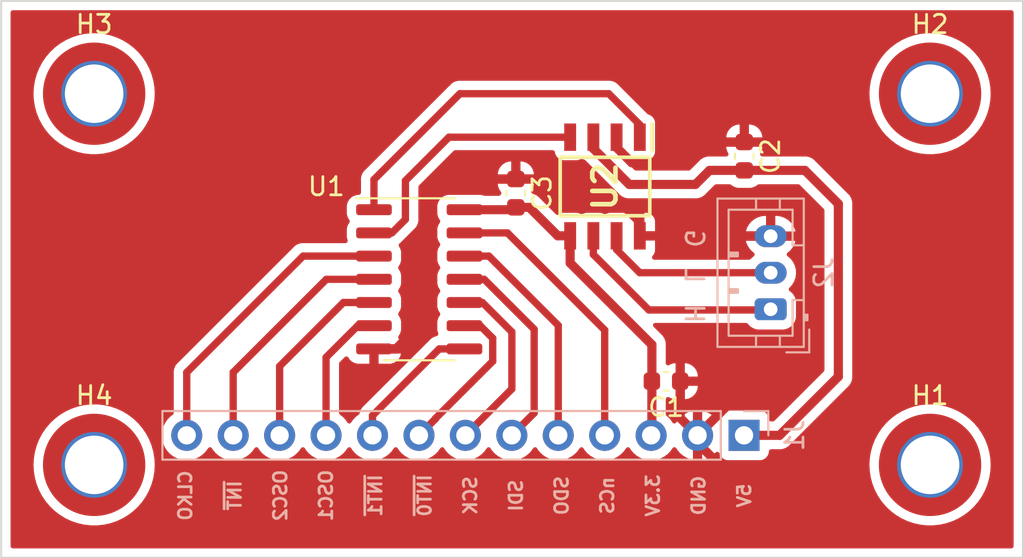
<source format=kicad_pcb>
(kicad_pcb (version 20211014) (generator pcbnew)
  (layers (0 "F.Cu" signal) (31 "B.Cu" signal) (34 "B.Paste" user) (35 "F.Paste" user) (36 "B.SilkS" user "B.Silkscreen") (37 "F.SilkS" user "F.Silkscreen") (38 "B.Mask" user) (39 "F.Mask" user) (44 "Edge.Cuts" user))
  (net 0 "")
  (net 1 "/CAN_TX")
  (net 2 "GND")
  (net 3 "+5V")
  (net 4 "/CAN_RX")
  (net 5 "+3.3V")
  (net 6 "/CANH")
  (net 7 "/CANL")
  (net 8 "/SDI")
  (net 9 "/SDO")
  (net 10 "/nCS")
  (net 11 "/SCK")
  (net 12 "/CLKO")
  (net 13 "/OSC2")
  (net 14 "/OSC1")
  (net 15 "/~{INT1}")
  (net 16 "/~{INT0}")
  (net 17 "/~{INT}")
  (footprint "Package_SO:SOIC-14_3.9x8.7mm_P1.27mm" (layer "F.Cu") (at 121.92 73.66)
    (fp_text reference "U1" (at -5.08 -5.08) (layer "F.SilkS"))
    (fp_text value "MCP2517FD-xSL")
    (fp_line (start 0 4.435) (end -1.95 4.435) (layer "F.SilkS") (width 0.12))
    (fp_line (start 0 4.435) (end 1.95 4.435) (layer "F.SilkS") (width 0.12))
    (fp_line (start 0 -4.435) (end -3.45 -4.435) (layer "F.SilkS") (width 0.12))
    (fp_line (start 0 -4.435) (end 1.95 -4.435) (layer "F.SilkS") (width 0.12))
    (pad "1" smd roundrect (at -2.475 -3.81) (size 1.95 0.6) (layers "F.Cu" "F.Paste" "F.Mask") (net 1 "/CAN_TX"))
    (pad "2" smd roundrect (at -2.475 -2.54) (size 1.95 0.6) (layers "F.Cu" "F.Paste" "F.Mask") (net 4 "/CAN_RX"))
    (pad "3" smd roundrect (at -2.475 -1.27) (size 1.95 0.6) (layers "F.Cu" "F.Paste" "F.Mask") (net 12 "/CLKO"))
    (pad "4" smd roundrect (at -2.475 0) (size 1.95 0.6) (layers "F.Cu" "F.Paste" "F.Mask") (net 17 "/~{INT}"))
    (pad "5" smd roundrect (at -2.475 1.27) (size 1.95 0.6) (layers "F.Cu" "F.Paste" "F.Mask") (net 13 "/OSC2"))
    (pad "6" smd roundrect (at -2.475 2.54) (size 1.95 0.6) (layers "F.Cu" "F.Paste" "F.Mask") (net 14 "/OSC1"))
    (pad "7" smd roundrect (at -2.475 3.81) (size 1.95 0.6) (layers "F.Cu" "F.Paste" "F.Mask") (net 2 "GND"))
    (pad "8" smd roundrect (at 2.475 3.81) (size 1.95 0.6) (layers "F.Cu" "F.Paste" "F.Mask") (net 15 "/~{INT1}"))
    (pad "9" smd roundrect (at 2.475 2.54) (size 1.95 0.6) (layers "F.Cu" "F.Paste" "F.Mask") (net 16 "/~{INT0}"))
    (pad "10" smd roundrect (at 2.475 1.27) (size 1.95 0.6) (layers "F.Cu" "F.Paste" "F.Mask") (net 11 "/SCK"))
    (pad "11" smd roundrect (at 2.475 0) (size 1.95 0.6) (layers "F.Cu" "F.Paste" "F.Mask") (net 8 "/SDI"))
    (pad "12" smd roundrect (at 2.475 -1.27) (size 1.95 0.6) (layers "F.Cu" "F.Paste" "F.Mask") (net 9 "/SDO"))
    (pad "13" smd roundrect (at 2.475 -2.54) (size 1.95 0.6) (layers "F.Cu" "F.Paste" "F.Mask") (net 10 "/nCS"))
    (pad "14" smd roundrect (at 2.475 -3.81) (size 1.95 0.6) (layers "F.Cu" "F.Paste" "F.Mask") (net 5 "+3.3V"))
  )
  (footprint "MountingHole:MountingHole_3.2mm_M3_DIN965_Pad_TopOnly" (layer "F.Cu") (at 149.86 83.82)
    (fp_text reference "H1" (at 0 -3.8) (layer "F.SilkS"))
    (fp_text value "MountingHole")
    (pad "1" thru_hole circle (at 0 0) (size 3.6 3.6) (drill 3.2) (layers *.Cu *.Mask))
    (pad "1" connect circle (at 0 0) (size 5.6 5.6) (layers "F.Cu" "F.Mask"))
  )
  (footprint "ATA6563-GAQW1:SOIC127P600X175-8N" (layer "F.Cu") (at 132.08 68.58 -90)
    (fp_text reference "U2" (at 0 0 90) (layer "F.SilkS") (effects (font (size 1.27 1.27) (thickness 0.254))))
    (fp_text value "ATA6563-GAQW1" hide)
    (fp_line (start -1.6 2.45) (end -1.6 -2.45) (layer "F.SilkS") (width 0.2))
    (fp_line (start 1.6 -2.45) (end 1.6 2.45) (layer "F.SilkS") (width 0.2))
    (fp_line (start 1.6 2.45) (end -1.6 2.45) (layer "F.SilkS") (width 0.2))
    (fp_line (start -1.6 -2.45) (end 1.6 -2.45) (layer "F.SilkS") (width 0.2))
    (fp_line (start -3.45 -2.58) (end -1.95 -2.58) (layer "F.SilkS") (width 0.2))
    (pad "1" smd rect locked (at -2.7 -1.905) (size 0.65 1.5) (layers "F.Cu" "F.Paste" "F.Mask") (net 1 "/CAN_TX"))
    (pad "2" smd rect locked (at -2.7 -0.635) (size 0.65 1.5) (layers "F.Cu" "F.Paste" "F.Mask") (net 2 "GND"))
    (pad "3" smd rect locked (at -2.7 0.635) (size 0.65 1.5) (layers "F.Cu" "F.Paste" "F.Mask") (net 3 "+5V"))
    (pad "4" smd rect locked (at -2.7 1.905) (size 0.65 1.5) (layers "F.Cu" "F.Paste" "F.Mask") (net 4 "/CAN_RX"))
    (pad "5" smd rect locked (at 2.7 1.905) (size 0.65 1.5) (layers "F.Cu" "F.Paste" "F.Mask") (net 5 "+3.3V"))
    (pad "6" smd rect locked (at 2.7 0.635) (size 0.65 1.5) (layers "F.Cu" "F.Paste" "F.Mask") (net 6 "/CANH"))
    (pad "7" smd rect locked (at 2.7 -0.635) (size 0.65 1.5) (layers "F.Cu" "F.Paste" "F.Mask") (net 7 "/CANL"))
    (pad "8" smd rect locked (at 2.7 -1.905) (size 0.65 1.5) (layers "F.Cu" "F.Paste" "F.Mask") (net 2 "GND"))
  )
  (footprint "Capacitor_SMD:C_0603_1608Metric" (layer "F.Cu") (at 127.204043 68.945694 -90)
    (fp_text reference "C3" (at 0 -1.43 90) (layer "F.SilkS"))
    (fp_text value "1uF")
    (fp_line (start -0.14058 0.51) (end 0.14058 0.51) (layer "F.SilkS") (width 0.12))
    (fp_line (start -0.14058 -0.51) (end 0.14058 -0.51) (layer "F.SilkS") (width 0.12))
    (pad "1" smd roundrect (at -0.775 0 270) (size 0.9 0.95) (layers "F.Cu" "F.Paste" "F.Mask") (net 2 "GND"))
    (pad "2" smd roundrect (at 0.775 0 270) (size 0.9 0.95) (layers "F.Cu" "F.Paste" "F.Mask") (net 5 "+3.3V"))
  )
  (footprint "MountingHole:MountingHole_3.2mm_M3_DIN965_Pad_TopOnly" (layer "F.Cu") (at 104.14 63.5)
    (fp_text reference "H3" (at 0 -3.8) (layer "F.SilkS"))
    (fp_text value "MountingHole")
    (pad "1" connect circle (at 0 0) (size 5.6 5.6) (layers "F.Cu" "F.Mask"))
    (pad "1" thru_hole circle (at 0 0) (size 3.6 3.6) (drill 3.2) (layers *.Cu *.Mask))
  )
  (footprint "MountingHole:MountingHole_3.2mm_M3_DIN965_Pad_TopOnly" (layer "F.Cu") (at 149.86 63.5)
    (fp_text reference "H2" (at 0 -3.8) (layer "F.SilkS"))
    (fp_text value "MountingHole")
    (pad "1" connect circle (at 0 0) (size 5.6 5.6) (layers "F.Cu" "F.Mask"))
    (pad "1" thru_hole circle (at 0 0) (size 3.6 3.6) (drill 3.2) (layers *.Cu *.Mask))
  )
  (footprint "MountingHole:MountingHole_3.2mm_M3_DIN965_Pad_TopOnly" (layer "F.Cu") (at 104.14 83.82)
    (fp_text reference "H4" (at 0 -3.8) (layer "F.SilkS"))
    (fp_text value "MountingHole")
    (pad "1" connect circle (at 0 0) (size 5.6 5.6) (layers "F.Cu" "F.Mask"))
    (pad "1" thru_hole circle (at 0 0) (size 3.6 3.6) (drill 3.2) (layers *.Cu *.Mask))
  )
  (footprint "Capacitor_SMD:C_0603_1608Metric" (layer "F.Cu") (at 139.7 66.92145 -90)
    (fp_text reference "C2" (at 0 -1.43 90) (layer "F.SilkS"))
    (fp_text value "1uF")
    (fp_line (start -0.14058 0.51) (end 0.14058 0.51) (layer "F.SilkS") (width 0.12))
    (fp_line (start -0.14058 -0.51) (end 0.14058 -0.51) (layer "F.SilkS") (width 0.12))
    (pad "1" smd roundrect (at -0.775 0 270) (size 0.9 0.95) (layers "F.Cu" "F.Paste" "F.Mask") (net 2 "GND"))
    (pad "2" smd roundrect (at 0.775 0 270) (size 0.9 0.95) (layers "F.Cu" "F.Paste" "F.Mask") (net 3 "+5V"))
  )
  (footprint "Capacitor_SMD:C_0603_1608Metric" (layer "F.Cu") (at 135.42 79.238119 180)
    (fp_text reference "C1" (at 0 -1.43) (layer "F.SilkS"))
    (fp_text value "1uF")
    (fp_line (start -0.14058 0.51) (end 0.14058 0.51) (layer "F.SilkS") (width 0.12))
    (fp_line (start -0.14058 -0.51) (end 0.14058 -0.51) (layer "F.SilkS") (width 0.12))
    (pad "1" smd roundrect (at -0.775 0 180) (size 0.9 0.95) (layers "F.Cu" "F.Paste" "F.Mask") (net 2 "GND"))
    (pad "2" smd roundrect (at 0.775 0 180) (size 0.9 0.95) (layers "F.Cu" "F.Paste" "F.Mask") (net 5 "+3.3V"))
  )
  (footprint "Connector_PinSocket_2.54mm:PinSocket_1x13_P2.54mm_Vertical" (layer "B.Cu") (at 139.685 82.202741 90)
    (fp_text reference "J1" (at 0 2.77 90) (layer "B.SilkS") (effects (justify mirror)))
    (fp_text value "Conn_01x13_Female")
    (fp_line (start 1.33 1.33) (end 1.33 0) (layer "B.SilkS") (width 0.12))
    (fp_line (start 0 1.33) (end 1.33 1.33) (layer "B.SilkS") (width 0.12))
    (fp_line (start -1.33 -1.27) (end 1.33 -1.27) (layer "B.SilkS") (width 0.12))
    (fp_line (start -1.33 -1.27) (end -1.33 -31.81) (layer "B.SilkS") (width 0.12))
    (fp_line (start -1.33 -31.81) (end 1.33 -31.81) (layer "B.SilkS") (width 0.12))
    (fp_line (start 1.33 -1.27) (end 1.33 -31.81) (layer "B.SilkS") (width 0.12))
    (pad "1" thru_hole rect (at 0 0 90) (size 1.7 1.7) (drill 1) (layers *.Cu *.Mask) (net 3 "+5V"))
    (pad "2" thru_hole oval (at 0 -2.54 90) (size 1.7 1.7) (drill 1) (layers *.Cu *.Mask) (net 2 "GND"))
    (pad "3" thru_hole oval (at 0 -5.08 90) (size 1.7 1.7) (drill 1) (layers *.Cu *.Mask) (net 5 "+3.3V"))
    (pad "4" thru_hole oval (at 0 -7.62 90) (size 1.7 1.7) (drill 1) (layers *.Cu *.Mask) (net 10 "/nCS"))
    (pad "5" thru_hole oval (at 0 -10.16 90) (size 1.7 1.7) (drill 1) (layers *.Cu *.Mask) (net 9 "/SDO"))
    (pad "6" thru_hole oval (at 0 -12.7 90) (size 1.7 1.7) (drill 1) (layers *.Cu *.Mask) (net 8 "/SDI"))
    (pad "7" thru_hole oval (at 0 -15.24 90) (size 1.7 1.7) (drill 1) (layers *.Cu *.Mask) (net 11 "/SCK"))
    (pad "8" thru_hole oval (at 0 -17.78 90) (size 1.7 1.7) (drill 1) (layers *.Cu *.Mask) (net 16 "/~{INT0}"))
    (pad "9" thru_hole oval (at 0 -20.32 90) (size 1.7 1.7) (drill 1) (layers *.Cu *.Mask) (net 15 "/~{INT1}"))
    (pad "10" thru_hole oval (at 0 -22.86 90) (size 1.7 1.7) (drill 1) (layers *.Cu *.Mask) (net 14 "/OSC1"))
    (pad "11" thru_hole oval (at 0 -25.4 90) (size 1.7 1.7) (drill 1) (layers *.Cu *.Mask) (net 13 "/OSC2"))
    (pad "12" thru_hole oval (at 0 -27.94 90) (size 1.7 1.7) (drill 1) (layers *.Cu *.Mask) (net 17 "/~{INT}"))
    (pad "13" thru_hole oval (at 0 -30.48 90) (size 1.7 1.7) (drill 1) (layers *.Cu *.Mask) (net 12 "/CLKO"))
  )
  (footprint "Connector_JST:JST_PH_B3B-PH-K_1x03_P2.00mm_Vertical" (layer "B.Cu") (at 141.142624 75.299765 90)
    (fp_text reference "J2" (at 2 2.9 90) (layer "B.SilkS") (effects (justify mirror)))
    (fp_text value "Conn_01x03_Female")
    (fp_line (start 0.5 1.81) (end 0.5 1.2) (layer "B.SilkS") (width 0.12))
    (fp_line (start 1.1 -1.8) (end 1.1 -2.3) (layer "B.SilkS") (width 0.12))
    (fp_line (start 0.9 -2.3) (end 0.9 -1.8) (layer "B.SilkS") (width 0.12))
    (fp_line (start 0.9 -1.8) (end 1.1 -1.8) (layer "B.SilkS") (width 0.12))
    (fp_line (start 6.06 -2.91) (end 6.06 1.81) (layer "B.SilkS") (width 0.12))
    (fp_line (start 2.9 -2.3) (end 2.9 -1.8) (layer "B.SilkS") (width 0.12))
    (fp_line (start -2.06 -2.91) (end 6.06 -2.91) (layer "B.SilkS") (width 0.12))
    (fp_line (start 6.06 0.5) (end 5.45 0.5) (layer "B.SilkS") (width 0.12))
    (fp_line (start -0.3 1.81) (end -0.3 2.01) (layer "B.SilkS") (width 0.12))
    (fp_line (start -2.06 0.5) (end -1.45 0.5) (layer "B.SilkS") (width 0.12))
    (fp_line (start -1.11 2.11) (end -2.36 2.11) (layer "B.SilkS") (width 0.12))
    (fp_line (start 2.9 -1.8) (end 3.1 -1.8) (layer "B.SilkS") (width 0.12))
    (fp_line (start 3 -2.3) (end 3 -1.8) (layer "B.SilkS") (width 0.12))
    (fp_line (start 6.06 -0.8) (end 5.45 -0.8) (layer "B.SilkS") (width 0.12))
    (fp_line (start 6.06 1.81) (end -2.06 1.81) (layer "B.SilkS") (width 0.12))
    (fp_line (start -2.06 -0.8) (end -1.45 -0.8) (layer "B.SilkS") (width 0.12))
    (fp_line (start 3.1 -1.8) (end 3.1 -2.3) (layer "B.SilkS") (width 0.12))
    (fp_line (start -0.6 2.01) (end -0.6 1.81) (layer "B.SilkS") (width 0.12))
    (fp_line (start 3.5 1.2) (end 3.5 1.81) (layer "B.SilkS") (width 0.12))
    (fp_line (start -0.3 1.91) (end -0.6 1.91) (layer "B.SilkS") (width 0.12))
    (fp_line (start 5.45 -2.3) (end 5.45 1.2) (layer "B.SilkS") (width 0.12))
    (fp_line (start 5.45 1.2) (end 3.5 1.2) (layer "B.SilkS") (width 0.12))
    (fp_line (start -2.06 1.81) (end -2.06 -2.91) (layer "B.SilkS") (width 0.12))
    (fp_line (start -1.45 -2.3) (end 5.45 -2.3) (layer "B.SilkS") (width 0.12))
    (fp_line (start -2.36 2.11) (end -2.36 0.86) (layer "B.SilkS") (width 0.12))
    (fp_line (start -1.45 1.2) (end -1.45 -2.3) (layer "B.SilkS") (width 0.12))
    (fp_line (start 1 -2.3) (end 1 -1.8) (layer "B.SilkS") (width 0.12))
    (fp_line (start -0.3 2.01) (end -0.6 2.01) (layer "B.SilkS") (width 0.12))
    (fp_line (start 0.5 1.2) (end -1.45 1.2) (layer "B.SilkS") (width 0.12))
    (pad "1" thru_hole roundrect (at 0 0 90) (size 1.2 1.75) (drill 0.75) (layers *.Cu *.Mask) (roundrect_rratio 0.208333) (net 6 "/CANH"))
    (pad "2" thru_hole oval (at 2 0 90) (size 1.2 1.75) (drill 0.75) (layers *.Cu *.Mask) (net 7 "/CANL"))
    (pad "3" thru_hole oval (at 4 0 90) (size 1.2 1.75) (drill 0.75) (layers *.Cu *.Mask) (net 2 "GND"))
  )
  (gr_rect (start 99.06 58.42) (end 154.94 88.9) (layer "Edge.Cuts") (width 0.1) (fill none))
  (gr_text "3.3V" (at 134.705186 85.497847 90) (layer "B.SilkS") (effects (font (size 0.7 0.7)) (justify mirror)))
  (gr_text "~{INT1}" (at 119.519762 85.497847 90) (layer "B.SilkS") (effects (font (size 0.7 0.7)) (justify mirror)))
  (gr_text "~{INT}" (at 111.82655 85.497846 90) (layer "B.SilkS") (effects (font (size 0.7 0.7)) (justify mirror)))
  (gr_text "G" (at 136.963907 71.426874 -90) (layer "B.SilkS") (effects (font (size 1 1)) (justify mirror)))
  (gr_text "SDO" (at 129.710378 85.497846 90) (layer "B.SilkS") (effects (font (size 0.7 0.7)) (justify mirror)))
  (gr_text "CLKO" (at 109.128146 85.497846 90) (layer "B.SilkS") (effects (font (size 0.7 0.7)) (justify mirror)))
  (gr_text "OSC2" (at 114.323954 85.497847 90) (layer "B.SilkS") (effects (font (size 0.7 0.7)) (justify mirror)))
  (gr_text "nCS" (at 132.207782 85.497846 90) (layer "B.SilkS") (effects (font (size 0.7 0.7)) (justify mirror)))
  (gr_text "H" (at 136.963907 75.535134 -90) (layer "B.SilkS") (effects (font (size 1 1)) (justify mirror)))
  (gr_text "SDI" (at 127.212974 85.497846 90) (layer "B.SilkS") (effects (font (size 0.7 0.7)) (justify mirror)))
  (gr_text "SCK" (at 124.71557 85.497847 90) (layer "B.SilkS") (effects (font (size 0.7 0.7)) (justify mirror)))
  (gr_text "GND" (at 137.20259 85.497847 90) (layer "B.SilkS") (effects (font (size 0.7 0.7)) (justify mirror)))
  (gr_text "5V" (at 139.7 85.497847 90) (layer "B.SilkS") (effects (font (size 0.7 0.7)) (justify mirror)))
  (gr_text "L\n" (at 136.963907 73.469099 -90) (layer "B.SilkS") (effects (font (size 1 1)) (justify mirror)))
  (gr_text "OSC1" (at 116.821358 85.497847 90) (layer "B.SilkS") (effects (font (size 0.7 0.7)) (justify mirror)))
  (gr_text "~{INT0}" (at 122.218166 85.497847 90) (layer "B.SilkS") (effects (font (size 0.7 0.7)) (justify mirror)))
  (segment (start 124.146174 63.5) (end 132.287034 63.5) (width 0.4) (layer "F.Cu") (net 1))
  (segment (start 119.445 69.85) (end 119.445 68.201174) (width 0.4) (layer "F.Cu") (net 1))
  (segment (start 119.445 68.201174) (end 124.146174 63.5) (width 0.4) (layer "F.Cu") (net 1))
  (segment (start 132.287034 63.5) (end 133.985 65.197966) (width 0.4) (layer "F.Cu") (net 1))
  (segment (start 133.985 65.197966) (end 133.985 65.88) (width 0.4) (layer "F.Cu") (net 1))
  (segment (start 132.715 65.88) (end 132.715 66.447631) (width 0.5) (layer "F.Cu") (net 2))
  (segment (start 122.276619 75.843381) (end 122.276619 69.621329) (width 0.5) (layer "F.Cu") (net 2))
  (segment (start 120.65 77.47) (end 122.276619 75.843381) (width 0.5) (layer "F.Cu") (net 2))
  (segment (start 142.551811 71.299765) (end 143.367015 72.114969) (width 0.5) (layer "F.Cu") (net 2))
  (segment (start 142.368382 84.291799) (end 146.412451 80.24773) (width 0.5) (layer "F.Cu") (net 2))
  (segment (start 136.195 81.252741) (end 137.145 82.202741) (width 0.5) (layer "F.Cu") (net 2))
  (segment (start 122.276619 69.621329) (end 123.727254 68.170694) (width 0.5) (layer "F.Cu") (net 2))
  (segment (start 137.145 82.62035) (end 138.816449 84.291799) (width 0.5) (layer "F.Cu") (net 2))
  (segment (start 136.195 79.238119) (end 136.195 81.252741) (width 0.5) (layer "F.Cu") (net 2))
  (segment (start 133.55014 67.282771) (end 136.622229 67.282771) (width 0.5) (layer "F.Cu") (net 2))
  (segment (start 137.75855 66.14645) (end 139.7 66.14645) (width 0.5) (layer "F.Cu") (net 2))
  (segment (start 127.204043 68.170694) (end 131.642165 68.170694) (width 0.5) (layer "F.Cu") (net 2))
  (segment (start 131.642165 68.170694) (end 133.985 70.513529) (width 0.5) (layer "F.Cu") (net 2))
  (segment (start 146.412451 80.24773) (end 146.412451 67.672451) (width 0.5) (layer "F.Cu") (net 2))
  (segment (start 133.985 71.28) (end 141.122859 71.28) (width 0.5) (layer "F.Cu") (net 2))
  (segment (start 143.367015 75.980726) (end 137.145 82.202741) (width 0.5) (layer "F.Cu") (net 2))
  (segment (start 146.412451 67.672451) (end 144.88645 66.14645) (width 0.5) (layer "F.Cu") (net 2))
  (segment (start 132.715 66.447631) (end 133.55014 67.282771) (width 0.5) (layer "F.Cu") (net 2))
  (segment (start 137.145 82.202741) (end 137.145 82.62035) (width 0.5) (layer "F.Cu") (net 2))
  (segment (start 119.445 77.47) (end 120.65 77.47) (width 0.5) (layer "F.Cu") (net 2))
  (segment (start 143.367015 72.114969) (end 143.367015 75.980726) (width 0.5) (layer "F.Cu") (net 2))
  (segment (start 141.122859 71.28) (end 141.142624 71.299765) (width 0.5) (layer "F.Cu") (net 2))
  (segment (start 133.985 70.513529) (end 133.985 71.28) (width 0.5) (layer "F.Cu") (net 2))
  (segment (start 138.816449 84.291799) (end 142.368382 84.291799) (width 0.5) (layer "F.Cu") (net 2))
  (segment (start 144.88645 66.14645) (end 139.7 66.14645) (width 0.5) (layer "F.Cu") (net 2))
  (segment (start 123.727254 68.170694) (end 127.204043 68.170694) (width 0.5) (layer "F.Cu") (net 2))
  (segment (start 136.622229 67.282771) (end 137.75855 66.14645) (width 0.5) (layer "F.Cu") (net 2))
  (segment (start 141.142624 71.299765) (end 142.551811 71.299765) (width 0.5) (layer "F.Cu") (net 2))
  (segment (start 131.445 66.504257) (end 133.407491 68.466748) (width 0.5) (layer "F.Cu") (net 3))
  (segment (start 139.7 67.69645) (end 143.0129 67.69645) (width 0.5) (layer "F.Cu") (net 3))
  (segment (start 131.445 65.88) (end 131.445 66.504257) (width 0.5) (layer "F.Cu") (net 3))
  (segment (start 133.407491 68.466748) (end 137.029015 68.466748) (width 0.5) (layer "F.Cu") (net 3))
  (segment (start 141.629349 82.202741) (end 139.685 82.202741) (width 0.5) (layer "F.Cu") (net 3))
  (segment (start 144.844191 78.987899) (end 141.629349 82.202741) (width 0.5) (layer "F.Cu") (net 3))
  (segment (start 137.799313 67.69645) (end 139.7 67.69645) (width 0.5) (layer "F.Cu") (net 3))
  (segment (start 137.029015 68.466748) (end 137.799313 67.69645) (width 0.5) (layer "F.Cu") (net 3))
  (segment (start 144.844191 69.527741) (end 144.844191 78.987899) (width 0.5) (layer "F.Cu") (net 3))
  (segment (start 143.0129 67.69645) (end 144.844191 69.527741) (width 0.5) (layer "F.Cu") (net 3))
  (segment (start 121.171098 68.255378) (end 123.546476 65.88) (width 0.4) (layer "F.Cu") (net 4))
  (segment (start 123.546476 65.88) (end 130.175 65.88) (width 0.4) (layer "F.Cu") (net 4))
  (segment (start 121.164833 70.379965) (end 121.164833 68.259042) (width 0.4) (layer "F.Cu") (net 4))
  (segment (start 120.424798 71.12) (end 121.164833 70.379965) (width 0.4) (layer "F.Cu") (net 4))
  (segment (start 119.445 71.12) (end 120.424798 71.12) (width 0.4) (layer "F.Cu") (net 4))
  (segment (start 134.645 77.239535) (end 134.645 79.238119) (width 0.5) (layer "F.Cu") (net 5))
  (segment (start 124.395 69.85) (end 127.074737 69.85) (width 0.5) (layer "F.Cu") (net 5))
  (segment (start 134.645 79.238119) (end 134.645 82.162741) (width 0.5) (layer "F.Cu") (net 5))
  (segment (start 127.074737 69.85) (end 127.204043 69.720694) (width 0.5) (layer "F.Cu") (net 5))
  (segment (start 130.175 71.28) (end 130.175 72.769535) (width 0.5) (layer "F.Cu") (net 5))
  (segment (start 134.645 82.162741) (end 134.605 82.202741) (width 0.5) (layer "F.Cu") (net 5))
  (segment (start 127.204043 69.720694) (end 127.939252 69.720694) (width 0.5) (layer "F.Cu") (net 5))
  (segment (start 129.498558 71.28) (end 130.175 71.28) (width 0.5) (layer "F.Cu") (net 5))
  (segment (start 127.939252 69.720694) (end 129.498558 71.28) (width 0.5) (layer "F.Cu") (net 5))
  (segment (start 130.175 72.769535) (end 134.645 77.239535) (width 0.5) (layer "F.Cu") (net 5))
  (segment (start 131.445 72.30376) (end 134.479087 75.337847) (width 0.4) (layer "F.Cu") (net 6))
  (segment (start 134.479087 75.337847) (end 141.104542 75.337847) (width 0.4) (layer "F.Cu") (net 6))
  (segment (start 141.104542 75.337847) (end 141.142624 75.299765) (width 0.4) (layer "F.Cu") (net 6))
  (segment (start 131.445 71.28) (end 131.445 72.30376) (width 0.4) (layer "F.Cu") (net 6))
  (segment (start 132.715 72.033163) (end 133.981602 73.299765) (width 0.4) (layer "F.Cu") (net 7))
  (segment (start 132.715 71.28) (end 132.715 72.033163) (width 0.4) (layer "F.Cu") (net 7))
  (segment (start 133.981602 73.299765) (end 141.142624 73.299765) (width 0.4) (layer "F.Cu") (net 7))
  (segment (start 128.207109 76.392574) (end 128.207109 80.980632) (width 0.4) (layer "F.Cu") (net 8))
  (segment (start 128.207109 80.980632) (end 126.985 82.202741) (width 0.4) (layer "F.Cu") (net 8))
  (segment (start 124.395 73.66) (end 125.474535 73.66) (width 0.4) (layer "F.Cu") (net 8))
  (segment (start 125.474535 73.66) (end 128.207109 76.392574) (width 0.4) (layer "F.Cu") (net 8))
  (segment (start 125.73 72.39) (end 129.525 76.185) (width 0.4) (layer "F.Cu") (net 9))
  (segment (start 129.525 76.185) (end 129.525 82.202741) (width 0.4) (layer "F.Cu") (net 9))
  (segment (start 124.395 72.39) (end 125.73 72.39) (width 0.4) (layer "F.Cu") (net 9))
  (segment (start 126.745835 71.12) (end 132.065 76.439165) (width 0.4) (layer "F.Cu") (net 10))
  (segment (start 132.065 76.439165) (end 132.065 82.202741) (width 0.4) (layer "F.Cu") (net 10))
  (segment (start 124.395 71.12) (end 126.745835 71.12) (width 0.4) (layer "F.Cu") (net 10))
  (segment (start 125.375115 74.93) (end 124.395 74.93) (width 0.4) (layer "F.Cu") (net 11))
  (segment (start 124.445 82.202741) (end 126.987469 79.660272) (width 0.4) (layer "F.Cu") (net 11))
  (segment (start 126.987469 79.660272) (end 126.987469 76.542354) (width 0.4) (layer "F.Cu") (net 11))
  (segment (start 126.987469 76.542354) (end 125.375115 74.93) (width 0.4) (layer "F.Cu") (net 11))
  (segment (start 109.205 78.755) (end 109.205 82.202741) (width 0.4) (layer "F.Cu") (net 12))
  (segment (start 115.57 72.39) (end 109.205 78.755) (width 0.4) (layer "F.Cu") (net 12))
  (segment (start 119.445 72.39) (end 115.57 72.39) (width 0.4) (layer "F.Cu") (net 12))
  (segment (start 119.445 74.93) (end 117.775449 74.93) (width 0.4) (layer "F.Cu") (net 13))
  (segment (start 114.285 78.420449) (end 114.285 82.202741) (width 0.4) (layer "F.Cu") (net 13))
  (segment (start 117.775449 74.93) (end 114.285 78.420449) (width 0.4) (layer "F.Cu") (net 13))
  (segment (start 118.559579 76.2) (end 116.825 77.934579) (width 0.4) (layer "F.Cu") (net 14))
  (segment (start 119.445 76.2) (end 118.559579 76.2) (width 0.4) (layer "F.Cu") (net 14))
  (segment (start 116.825 77.934579) (end 116.825 82.202741) (width 0.4) (layer "F.Cu") (net 14))
  (segment (start 119.365 81.120352) (end 119.365 82.202741) (width 0.4) (layer "F.Cu") (net 15))
  (segment (start 123.015352 77.47) (end 119.365 81.120352) (width 0.4) (layer "F.Cu") (net 15))
  (segment (start 124.395 77.47) (end 123.015352 77.47) (width 0.4) (layer "F.Cu") (net 15))
  (segment (start 122.806151 81.30159) (end 121.905 82.202741) (width 0.4) (layer "F.Cu") (net 16))
  (segment (start 125.254298 76.2) (end 125.939007 76.884709) (width 0.4) (layer "F.Cu") (net 16))
  (segment (start 122.806151 81.28) (end 122.806151 81.30159) (width 0.4) (layer "F.Cu") (net 16))
  (segment (start 124.395 76.2) (end 125.254298 76.2) (width 0.4) (layer "F.Cu") (net 16))
  (segment (start 125.939007 76.884709) (end 125.939007 78.147144) (width 0.4) (layer "F.Cu") (net 16))
  (segment (start 125.939007 78.147144) (end 122.806151 81.28) (width 0.4) (layer "F.Cu") (net 16))
  (segment (start 111.745 78.755) (end 111.745 82.202741) (width 0.4) (layer "F.Cu") (net 17))
  (segment (start 119.445 73.66) (end 116.84 73.66) (width 0.4) (layer "F.Cu") (net 17))
  (segment (start 116.84 73.66) (end 111.745 78.755) (width 0.4) (layer "F.Cu") (net 17))
  (zone (net 2) (net_name "GND") (layer "F.Cu") (connect_pads (clearance 0.508)) (min_thickness 0.254) (fill yes (thermal_gap 0.508) (thermal_bridge_width 0.508))
    (polygon (pts (xy 154.94 88.9) (xy 99.06 88.9) (xy 99.06 58.42) (xy 154.94 58.42)))
  )
)
</source>
